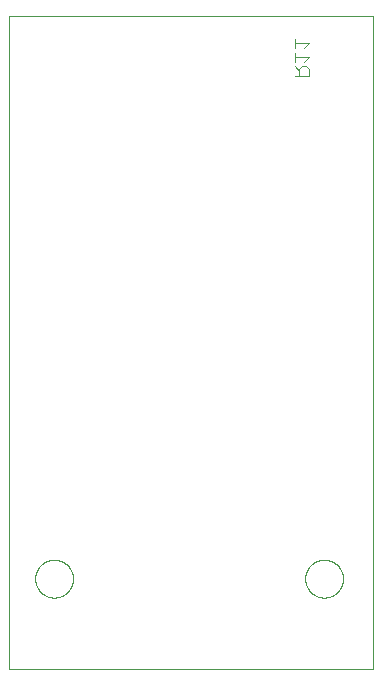
<source format=gbo>
G75*
%MOIN*%
%OFA0B0*%
%FSLAX25Y25*%
%IPPOS*%
%LPD*%
%AMOC8*
5,1,8,0,0,1.08239X$1,22.5*
%
%ADD10C,0.00000*%
%ADD11C,0.00400*%
D10*
X0001800Y0001800D02*
X0001800Y0219261D01*
X0123001Y0219261D01*
X0123001Y0001800D01*
X0001800Y0001800D01*
X0010501Y0031800D02*
X0010503Y0031958D01*
X0010509Y0032116D01*
X0010519Y0032274D01*
X0010533Y0032432D01*
X0010551Y0032589D01*
X0010572Y0032746D01*
X0010598Y0032902D01*
X0010628Y0033058D01*
X0010661Y0033213D01*
X0010699Y0033366D01*
X0010740Y0033519D01*
X0010785Y0033671D01*
X0010834Y0033822D01*
X0010887Y0033971D01*
X0010943Y0034119D01*
X0011003Y0034265D01*
X0011067Y0034410D01*
X0011135Y0034553D01*
X0011206Y0034695D01*
X0011280Y0034835D01*
X0011358Y0034972D01*
X0011440Y0035108D01*
X0011524Y0035242D01*
X0011613Y0035373D01*
X0011704Y0035502D01*
X0011799Y0035629D01*
X0011896Y0035754D01*
X0011997Y0035876D01*
X0012101Y0035995D01*
X0012208Y0036112D01*
X0012318Y0036226D01*
X0012431Y0036337D01*
X0012546Y0036446D01*
X0012664Y0036551D01*
X0012785Y0036653D01*
X0012908Y0036753D01*
X0013034Y0036849D01*
X0013162Y0036942D01*
X0013292Y0037032D01*
X0013425Y0037118D01*
X0013560Y0037202D01*
X0013696Y0037281D01*
X0013835Y0037358D01*
X0013976Y0037430D01*
X0014118Y0037500D01*
X0014262Y0037565D01*
X0014408Y0037627D01*
X0014555Y0037685D01*
X0014704Y0037740D01*
X0014854Y0037791D01*
X0015005Y0037838D01*
X0015157Y0037881D01*
X0015310Y0037920D01*
X0015465Y0037956D01*
X0015620Y0037987D01*
X0015776Y0038015D01*
X0015932Y0038039D01*
X0016089Y0038059D01*
X0016247Y0038075D01*
X0016404Y0038087D01*
X0016563Y0038095D01*
X0016721Y0038099D01*
X0016879Y0038099D01*
X0017037Y0038095D01*
X0017196Y0038087D01*
X0017353Y0038075D01*
X0017511Y0038059D01*
X0017668Y0038039D01*
X0017824Y0038015D01*
X0017980Y0037987D01*
X0018135Y0037956D01*
X0018290Y0037920D01*
X0018443Y0037881D01*
X0018595Y0037838D01*
X0018746Y0037791D01*
X0018896Y0037740D01*
X0019045Y0037685D01*
X0019192Y0037627D01*
X0019338Y0037565D01*
X0019482Y0037500D01*
X0019624Y0037430D01*
X0019765Y0037358D01*
X0019904Y0037281D01*
X0020040Y0037202D01*
X0020175Y0037118D01*
X0020308Y0037032D01*
X0020438Y0036942D01*
X0020566Y0036849D01*
X0020692Y0036753D01*
X0020815Y0036653D01*
X0020936Y0036551D01*
X0021054Y0036446D01*
X0021169Y0036337D01*
X0021282Y0036226D01*
X0021392Y0036112D01*
X0021499Y0035995D01*
X0021603Y0035876D01*
X0021704Y0035754D01*
X0021801Y0035629D01*
X0021896Y0035502D01*
X0021987Y0035373D01*
X0022076Y0035242D01*
X0022160Y0035108D01*
X0022242Y0034972D01*
X0022320Y0034835D01*
X0022394Y0034695D01*
X0022465Y0034553D01*
X0022533Y0034410D01*
X0022597Y0034265D01*
X0022657Y0034119D01*
X0022713Y0033971D01*
X0022766Y0033822D01*
X0022815Y0033671D01*
X0022860Y0033519D01*
X0022901Y0033366D01*
X0022939Y0033213D01*
X0022972Y0033058D01*
X0023002Y0032902D01*
X0023028Y0032746D01*
X0023049Y0032589D01*
X0023067Y0032432D01*
X0023081Y0032274D01*
X0023091Y0032116D01*
X0023097Y0031958D01*
X0023099Y0031800D01*
X0023097Y0031642D01*
X0023091Y0031484D01*
X0023081Y0031326D01*
X0023067Y0031168D01*
X0023049Y0031011D01*
X0023028Y0030854D01*
X0023002Y0030698D01*
X0022972Y0030542D01*
X0022939Y0030387D01*
X0022901Y0030234D01*
X0022860Y0030081D01*
X0022815Y0029929D01*
X0022766Y0029778D01*
X0022713Y0029629D01*
X0022657Y0029481D01*
X0022597Y0029335D01*
X0022533Y0029190D01*
X0022465Y0029047D01*
X0022394Y0028905D01*
X0022320Y0028765D01*
X0022242Y0028628D01*
X0022160Y0028492D01*
X0022076Y0028358D01*
X0021987Y0028227D01*
X0021896Y0028098D01*
X0021801Y0027971D01*
X0021704Y0027846D01*
X0021603Y0027724D01*
X0021499Y0027605D01*
X0021392Y0027488D01*
X0021282Y0027374D01*
X0021169Y0027263D01*
X0021054Y0027154D01*
X0020936Y0027049D01*
X0020815Y0026947D01*
X0020692Y0026847D01*
X0020566Y0026751D01*
X0020438Y0026658D01*
X0020308Y0026568D01*
X0020175Y0026482D01*
X0020040Y0026398D01*
X0019904Y0026319D01*
X0019765Y0026242D01*
X0019624Y0026170D01*
X0019482Y0026100D01*
X0019338Y0026035D01*
X0019192Y0025973D01*
X0019045Y0025915D01*
X0018896Y0025860D01*
X0018746Y0025809D01*
X0018595Y0025762D01*
X0018443Y0025719D01*
X0018290Y0025680D01*
X0018135Y0025644D01*
X0017980Y0025613D01*
X0017824Y0025585D01*
X0017668Y0025561D01*
X0017511Y0025541D01*
X0017353Y0025525D01*
X0017196Y0025513D01*
X0017037Y0025505D01*
X0016879Y0025501D01*
X0016721Y0025501D01*
X0016563Y0025505D01*
X0016404Y0025513D01*
X0016247Y0025525D01*
X0016089Y0025541D01*
X0015932Y0025561D01*
X0015776Y0025585D01*
X0015620Y0025613D01*
X0015465Y0025644D01*
X0015310Y0025680D01*
X0015157Y0025719D01*
X0015005Y0025762D01*
X0014854Y0025809D01*
X0014704Y0025860D01*
X0014555Y0025915D01*
X0014408Y0025973D01*
X0014262Y0026035D01*
X0014118Y0026100D01*
X0013976Y0026170D01*
X0013835Y0026242D01*
X0013696Y0026319D01*
X0013560Y0026398D01*
X0013425Y0026482D01*
X0013292Y0026568D01*
X0013162Y0026658D01*
X0013034Y0026751D01*
X0012908Y0026847D01*
X0012785Y0026947D01*
X0012664Y0027049D01*
X0012546Y0027154D01*
X0012431Y0027263D01*
X0012318Y0027374D01*
X0012208Y0027488D01*
X0012101Y0027605D01*
X0011997Y0027724D01*
X0011896Y0027846D01*
X0011799Y0027971D01*
X0011704Y0028098D01*
X0011613Y0028227D01*
X0011524Y0028358D01*
X0011440Y0028492D01*
X0011358Y0028628D01*
X0011280Y0028765D01*
X0011206Y0028905D01*
X0011135Y0029047D01*
X0011067Y0029190D01*
X0011003Y0029335D01*
X0010943Y0029481D01*
X0010887Y0029629D01*
X0010834Y0029778D01*
X0010785Y0029929D01*
X0010740Y0030081D01*
X0010699Y0030234D01*
X0010661Y0030387D01*
X0010628Y0030542D01*
X0010598Y0030698D01*
X0010572Y0030854D01*
X0010551Y0031011D01*
X0010533Y0031168D01*
X0010519Y0031326D01*
X0010509Y0031484D01*
X0010503Y0031642D01*
X0010501Y0031800D01*
X0100501Y0031800D02*
X0100503Y0031958D01*
X0100509Y0032116D01*
X0100519Y0032274D01*
X0100533Y0032432D01*
X0100551Y0032589D01*
X0100572Y0032746D01*
X0100598Y0032902D01*
X0100628Y0033058D01*
X0100661Y0033213D01*
X0100699Y0033366D01*
X0100740Y0033519D01*
X0100785Y0033671D01*
X0100834Y0033822D01*
X0100887Y0033971D01*
X0100943Y0034119D01*
X0101003Y0034265D01*
X0101067Y0034410D01*
X0101135Y0034553D01*
X0101206Y0034695D01*
X0101280Y0034835D01*
X0101358Y0034972D01*
X0101440Y0035108D01*
X0101524Y0035242D01*
X0101613Y0035373D01*
X0101704Y0035502D01*
X0101799Y0035629D01*
X0101896Y0035754D01*
X0101997Y0035876D01*
X0102101Y0035995D01*
X0102208Y0036112D01*
X0102318Y0036226D01*
X0102431Y0036337D01*
X0102546Y0036446D01*
X0102664Y0036551D01*
X0102785Y0036653D01*
X0102908Y0036753D01*
X0103034Y0036849D01*
X0103162Y0036942D01*
X0103292Y0037032D01*
X0103425Y0037118D01*
X0103560Y0037202D01*
X0103696Y0037281D01*
X0103835Y0037358D01*
X0103976Y0037430D01*
X0104118Y0037500D01*
X0104262Y0037565D01*
X0104408Y0037627D01*
X0104555Y0037685D01*
X0104704Y0037740D01*
X0104854Y0037791D01*
X0105005Y0037838D01*
X0105157Y0037881D01*
X0105310Y0037920D01*
X0105465Y0037956D01*
X0105620Y0037987D01*
X0105776Y0038015D01*
X0105932Y0038039D01*
X0106089Y0038059D01*
X0106247Y0038075D01*
X0106404Y0038087D01*
X0106563Y0038095D01*
X0106721Y0038099D01*
X0106879Y0038099D01*
X0107037Y0038095D01*
X0107196Y0038087D01*
X0107353Y0038075D01*
X0107511Y0038059D01*
X0107668Y0038039D01*
X0107824Y0038015D01*
X0107980Y0037987D01*
X0108135Y0037956D01*
X0108290Y0037920D01*
X0108443Y0037881D01*
X0108595Y0037838D01*
X0108746Y0037791D01*
X0108896Y0037740D01*
X0109045Y0037685D01*
X0109192Y0037627D01*
X0109338Y0037565D01*
X0109482Y0037500D01*
X0109624Y0037430D01*
X0109765Y0037358D01*
X0109904Y0037281D01*
X0110040Y0037202D01*
X0110175Y0037118D01*
X0110308Y0037032D01*
X0110438Y0036942D01*
X0110566Y0036849D01*
X0110692Y0036753D01*
X0110815Y0036653D01*
X0110936Y0036551D01*
X0111054Y0036446D01*
X0111169Y0036337D01*
X0111282Y0036226D01*
X0111392Y0036112D01*
X0111499Y0035995D01*
X0111603Y0035876D01*
X0111704Y0035754D01*
X0111801Y0035629D01*
X0111896Y0035502D01*
X0111987Y0035373D01*
X0112076Y0035242D01*
X0112160Y0035108D01*
X0112242Y0034972D01*
X0112320Y0034835D01*
X0112394Y0034695D01*
X0112465Y0034553D01*
X0112533Y0034410D01*
X0112597Y0034265D01*
X0112657Y0034119D01*
X0112713Y0033971D01*
X0112766Y0033822D01*
X0112815Y0033671D01*
X0112860Y0033519D01*
X0112901Y0033366D01*
X0112939Y0033213D01*
X0112972Y0033058D01*
X0113002Y0032902D01*
X0113028Y0032746D01*
X0113049Y0032589D01*
X0113067Y0032432D01*
X0113081Y0032274D01*
X0113091Y0032116D01*
X0113097Y0031958D01*
X0113099Y0031800D01*
X0113097Y0031642D01*
X0113091Y0031484D01*
X0113081Y0031326D01*
X0113067Y0031168D01*
X0113049Y0031011D01*
X0113028Y0030854D01*
X0113002Y0030698D01*
X0112972Y0030542D01*
X0112939Y0030387D01*
X0112901Y0030234D01*
X0112860Y0030081D01*
X0112815Y0029929D01*
X0112766Y0029778D01*
X0112713Y0029629D01*
X0112657Y0029481D01*
X0112597Y0029335D01*
X0112533Y0029190D01*
X0112465Y0029047D01*
X0112394Y0028905D01*
X0112320Y0028765D01*
X0112242Y0028628D01*
X0112160Y0028492D01*
X0112076Y0028358D01*
X0111987Y0028227D01*
X0111896Y0028098D01*
X0111801Y0027971D01*
X0111704Y0027846D01*
X0111603Y0027724D01*
X0111499Y0027605D01*
X0111392Y0027488D01*
X0111282Y0027374D01*
X0111169Y0027263D01*
X0111054Y0027154D01*
X0110936Y0027049D01*
X0110815Y0026947D01*
X0110692Y0026847D01*
X0110566Y0026751D01*
X0110438Y0026658D01*
X0110308Y0026568D01*
X0110175Y0026482D01*
X0110040Y0026398D01*
X0109904Y0026319D01*
X0109765Y0026242D01*
X0109624Y0026170D01*
X0109482Y0026100D01*
X0109338Y0026035D01*
X0109192Y0025973D01*
X0109045Y0025915D01*
X0108896Y0025860D01*
X0108746Y0025809D01*
X0108595Y0025762D01*
X0108443Y0025719D01*
X0108290Y0025680D01*
X0108135Y0025644D01*
X0107980Y0025613D01*
X0107824Y0025585D01*
X0107668Y0025561D01*
X0107511Y0025541D01*
X0107353Y0025525D01*
X0107196Y0025513D01*
X0107037Y0025505D01*
X0106879Y0025501D01*
X0106721Y0025501D01*
X0106563Y0025505D01*
X0106404Y0025513D01*
X0106247Y0025525D01*
X0106089Y0025541D01*
X0105932Y0025561D01*
X0105776Y0025585D01*
X0105620Y0025613D01*
X0105465Y0025644D01*
X0105310Y0025680D01*
X0105157Y0025719D01*
X0105005Y0025762D01*
X0104854Y0025809D01*
X0104704Y0025860D01*
X0104555Y0025915D01*
X0104408Y0025973D01*
X0104262Y0026035D01*
X0104118Y0026100D01*
X0103976Y0026170D01*
X0103835Y0026242D01*
X0103696Y0026319D01*
X0103560Y0026398D01*
X0103425Y0026482D01*
X0103292Y0026568D01*
X0103162Y0026658D01*
X0103034Y0026751D01*
X0102908Y0026847D01*
X0102785Y0026947D01*
X0102664Y0027049D01*
X0102546Y0027154D01*
X0102431Y0027263D01*
X0102318Y0027374D01*
X0102208Y0027488D01*
X0102101Y0027605D01*
X0101997Y0027724D01*
X0101896Y0027846D01*
X0101799Y0027971D01*
X0101704Y0028098D01*
X0101613Y0028227D01*
X0101524Y0028358D01*
X0101440Y0028492D01*
X0101358Y0028628D01*
X0101280Y0028765D01*
X0101206Y0028905D01*
X0101135Y0029047D01*
X0101067Y0029190D01*
X0101003Y0029335D01*
X0100943Y0029481D01*
X0100887Y0029629D01*
X0100834Y0029778D01*
X0100785Y0029929D01*
X0100740Y0030081D01*
X0100699Y0030234D01*
X0100661Y0030387D01*
X0100628Y0030542D01*
X0100598Y0030698D01*
X0100572Y0030854D01*
X0100551Y0031011D01*
X0100533Y0031168D01*
X0100519Y0031326D01*
X0100509Y0031484D01*
X0100503Y0031642D01*
X0100501Y0031800D01*
D11*
X0101604Y0199500D02*
X0097000Y0199500D01*
X0098535Y0199500D02*
X0098535Y0201802D01*
X0099302Y0202569D01*
X0100837Y0202569D01*
X0101604Y0201802D01*
X0101604Y0199500D01*
X0100069Y0204104D02*
X0101604Y0205639D01*
X0097000Y0205639D01*
X0097000Y0207173D02*
X0097000Y0204104D01*
X0097000Y0202569D02*
X0098535Y0201035D01*
X0100069Y0208708D02*
X0101604Y0210242D01*
X0097000Y0210242D01*
X0097000Y0208708D02*
X0097000Y0211777D01*
M02*

</source>
